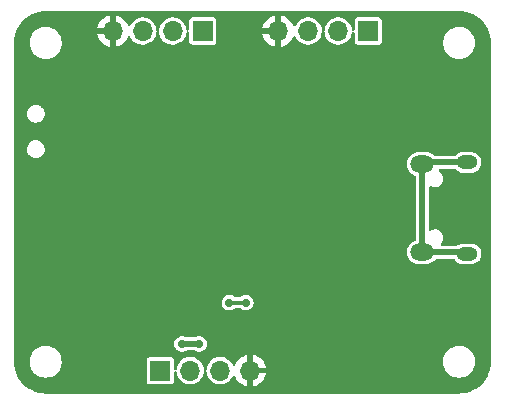
<source format=gbr>
%TF.GenerationSoftware,KiCad,Pcbnew,6.0.5-a6ca702e91~116~ubuntu20.04.1*%
%TF.CreationDate,2023-02-10T18:46:25+05:30*%
%TF.ProjectId,STM32_kicad,53544d33-325f-46b6-9963-61642e6b6963,rev?*%
%TF.SameCoordinates,Original*%
%TF.FileFunction,Copper,L2,Bot*%
%TF.FilePolarity,Positive*%
%FSLAX46Y46*%
G04 Gerber Fmt 4.6, Leading zero omitted, Abs format (unit mm)*
G04 Created by KiCad (PCBNEW 6.0.5-a6ca702e91~116~ubuntu20.04.1) date 2023-02-10 18:46:25*
%MOMM*%
%LPD*%
G01*
G04 APERTURE LIST*
%TA.AperFunction,ComponentPad*%
%ADD10R,1.700000X1.700000*%
%TD*%
%TA.AperFunction,ComponentPad*%
%ADD11O,1.700000X1.700000*%
%TD*%
%TA.AperFunction,ComponentPad*%
%ADD12O,2.000000X1.450000*%
%TD*%
%TA.AperFunction,ComponentPad*%
%ADD13O,1.800000X1.150000*%
%TD*%
%TA.AperFunction,ViaPad*%
%ADD14C,0.700000*%
%TD*%
%TA.AperFunction,Conductor*%
%ADD15C,0.500000*%
%TD*%
%TA.AperFunction,Conductor*%
%ADD16C,0.300000*%
%TD*%
G04 APERTURE END LIST*
D10*
%TO.P,J3,1,Pin_1*%
%TO.N,+3V3*%
X181800000Y-100500000D03*
D11*
%TO.P,J3,2,Pin_2*%
%TO.N,/SWDIO*%
X179260000Y-100500000D03*
%TO.P,J3,3,Pin_3*%
%TO.N,/SWCLK*%
X176720000Y-100500000D03*
%TO.P,J3,4,Pin_4*%
%TO.N,GND*%
X174180000Y-100500000D03*
%TD*%
D10*
%TO.P,J1,1,Pin_1*%
%TO.N,+3V3*%
X164200000Y-129250000D03*
D11*
%TO.P,J1,2,Pin_2*%
%TO.N,/I2C2_SCL*%
X166740000Y-129250000D03*
%TO.P,J1,3,Pin_3*%
%TO.N,/I2C2_SDA*%
X169280000Y-129250000D03*
%TO.P,J1,4,Pin_4*%
%TO.N,GND*%
X171820000Y-129250000D03*
%TD*%
%TO.P,J2,4,Pin_4*%
%TO.N,GND*%
X160180000Y-100500000D03*
%TO.P,J2,3,Pin_3*%
%TO.N,/UART1_RX*%
X162720000Y-100500000D03*
%TO.P,J2,2,Pin_2*%
%TO.N,/UART1_TX*%
X165260000Y-100500000D03*
D10*
%TO.P,J2,1,Pin_1*%
%TO.N,+3V3*%
X167800000Y-100500000D03*
%TD*%
D12*
%TO.P,J4,6,Shield*%
%TO.N,unconnected-(J4-Pad6)*%
X186395000Y-119230000D03*
D13*
X190195000Y-119380000D03*
X190195000Y-111630000D03*
D12*
X186395000Y-111780000D03*
%TD*%
D14*
%TO.N,GND*%
X161750000Y-114750000D03*
X157750000Y-117000000D03*
X159250000Y-112000000D03*
%TO.N,+3V3*%
X166040500Y-127000000D03*
X167500000Y-127000000D03*
X171449500Y-123500000D03*
X170050500Y-123500000D03*
%TO.N,GND*%
X184750000Y-123000000D03*
X180750000Y-122500000D03*
X179750000Y-122500000D03*
X180250000Y-119000000D03*
X180250000Y-118000000D03*
X166750000Y-112500000D03*
X162750000Y-110750000D03*
X157000000Y-106750000D03*
X176000000Y-113625499D03*
X184250000Y-113500000D03*
X187250000Y-122500000D03*
X168380559Y-121380559D03*
X162000000Y-119000000D03*
X162500000Y-122500000D03*
X166250000Y-116250000D03*
X171250000Y-118000000D03*
X161000000Y-112250000D03*
%TD*%
D15*
%TO.N,unconnected-(J4-Pad6)*%
X186395000Y-119230000D02*
X190045000Y-119230000D01*
X190045000Y-119230000D02*
X190195000Y-119380000D01*
X186395000Y-111780000D02*
X186395000Y-119230000D01*
X190195000Y-111630000D02*
X186545000Y-111630000D01*
X186545000Y-111630000D02*
X186395000Y-111780000D01*
%TO.N,+3V3*%
X167500000Y-127000000D02*
X166040500Y-127000000D01*
D16*
X171449500Y-123500000D02*
X170050500Y-123500000D01*
%TD*%
%TA.AperFunction,Conductor*%
%TO.N,GND*%
G36*
X189484391Y-98802384D02*
G01*
X189500000Y-98805136D01*
X189510685Y-98803252D01*
X189520339Y-98803252D01*
X189534278Y-98802425D01*
X189634732Y-98808066D01*
X189795296Y-98817084D01*
X189809113Y-98818641D01*
X190093826Y-98867015D01*
X190107384Y-98870109D01*
X190384899Y-98950060D01*
X190398024Y-98954653D01*
X190664834Y-99065170D01*
X190677362Y-99071203D01*
X190817513Y-99148661D01*
X190930132Y-99210903D01*
X190941900Y-99218298D01*
X191177431Y-99385417D01*
X191188303Y-99394086D01*
X191403642Y-99586525D01*
X191413475Y-99596358D01*
X191605914Y-99811697D01*
X191614583Y-99822569D01*
X191781702Y-100058100D01*
X191789097Y-100069868D01*
X191851339Y-100182487D01*
X191928797Y-100322638D01*
X191934830Y-100335166D01*
X192045347Y-100601976D01*
X192049940Y-100615101D01*
X192056267Y-100637061D01*
X192108320Y-100817740D01*
X192129891Y-100892616D01*
X192132985Y-100906174D01*
X192181359Y-101190887D01*
X192182916Y-101204704D01*
X192186582Y-101269983D01*
X192196613Y-101448584D01*
X192197575Y-101465720D01*
X192196748Y-101479661D01*
X192196748Y-101489315D01*
X192194864Y-101500000D01*
X192197616Y-101515606D01*
X192199500Y-101537139D01*
X192199500Y-128462861D01*
X192197616Y-128484391D01*
X192194864Y-128500000D01*
X192196748Y-128510685D01*
X192196748Y-128520339D01*
X192197575Y-128534280D01*
X192182916Y-128795296D01*
X192181359Y-128809113D01*
X192132985Y-129093826D01*
X192129891Y-129107383D01*
X192108317Y-129182268D01*
X192049940Y-129384899D01*
X192045347Y-129398024D01*
X191934830Y-129664834D01*
X191928797Y-129677362D01*
X191851339Y-129817513D01*
X191806039Y-129899479D01*
X191789101Y-129930126D01*
X191781702Y-129941900D01*
X191614583Y-130177431D01*
X191605914Y-130188303D01*
X191413475Y-130403642D01*
X191403642Y-130413475D01*
X191188303Y-130605914D01*
X191177431Y-130614583D01*
X190941900Y-130781702D01*
X190930132Y-130789097D01*
X190817513Y-130851339D01*
X190677362Y-130928797D01*
X190664834Y-130934830D01*
X190398024Y-131045347D01*
X190384899Y-131049940D01*
X190107384Y-131129891D01*
X190093826Y-131132985D01*
X189809113Y-131181359D01*
X189795296Y-131182916D01*
X189634732Y-131191934D01*
X189534278Y-131197575D01*
X189520339Y-131196748D01*
X189510685Y-131196748D01*
X189500000Y-131194864D01*
X189484391Y-131197616D01*
X189462861Y-131199500D01*
X154537139Y-131199500D01*
X154515609Y-131197616D01*
X154500000Y-131194864D01*
X154489315Y-131196748D01*
X154479661Y-131196748D01*
X154465722Y-131197575D01*
X154365268Y-131191934D01*
X154204704Y-131182916D01*
X154190887Y-131181359D01*
X153906174Y-131132985D01*
X153892616Y-131129891D01*
X153615101Y-131049940D01*
X153601976Y-131045347D01*
X153335166Y-130934830D01*
X153322638Y-130928797D01*
X153182487Y-130851339D01*
X153069868Y-130789097D01*
X153058100Y-130781702D01*
X152822569Y-130614583D01*
X152811697Y-130605914D01*
X152596358Y-130413475D01*
X152586525Y-130403642D01*
X152394086Y-130188303D01*
X152385417Y-130177431D01*
X152362155Y-130144646D01*
X163049500Y-130144646D01*
X163052618Y-130170846D01*
X163098061Y-130273153D01*
X163177287Y-130352241D01*
X163187758Y-130356870D01*
X163187759Y-130356871D01*
X163271147Y-130393737D01*
X163271149Y-130393738D01*
X163279673Y-130397506D01*
X163305354Y-130400500D01*
X165094646Y-130400500D01*
X165098300Y-130400065D01*
X165098302Y-130400065D01*
X165103266Y-130399474D01*
X165120846Y-130397382D01*
X165223153Y-130351939D01*
X165302241Y-130272713D01*
X165339559Y-130188303D01*
X165343737Y-130178853D01*
X165343738Y-130178851D01*
X165347506Y-130170327D01*
X165350500Y-130144646D01*
X165350500Y-129430300D01*
X165370185Y-129363261D01*
X165422989Y-129317506D01*
X165492147Y-129307562D01*
X165555703Y-129336587D01*
X165593477Y-129395365D01*
X165598234Y-129422190D01*
X165598423Y-129425072D01*
X165598425Y-129425082D01*
X165598796Y-129430749D01*
X165650845Y-129635690D01*
X165653219Y-129640841D01*
X165653221Y-129640845D01*
X165714562Y-129773903D01*
X165739369Y-129827714D01*
X165751074Y-129844276D01*
X165820068Y-129941900D01*
X165861405Y-130000391D01*
X166012865Y-130147937D01*
X166017588Y-130151093D01*
X166017592Y-130151096D01*
X166073277Y-130188303D01*
X166188677Y-130265411D01*
X166382953Y-130348878D01*
X166418277Y-130356871D01*
X166583638Y-130394289D01*
X166583642Y-130394290D01*
X166589186Y-130395544D01*
X166715315Y-130400500D01*
X166794789Y-130403623D01*
X166794791Y-130403623D01*
X166800470Y-130403846D01*
X166806090Y-130403031D01*
X166806092Y-130403031D01*
X167004103Y-130374320D01*
X167004104Y-130374320D01*
X167009730Y-130373504D01*
X167028588Y-130367103D01*
X167204565Y-130307367D01*
X167204568Y-130307366D01*
X167209955Y-130305537D01*
X167214916Y-130302759D01*
X167214922Y-130302756D01*
X167321530Y-130243052D01*
X167394442Y-130202219D01*
X167411175Y-130188303D01*
X167552645Y-130070644D01*
X167557012Y-130067012D01*
X167560644Y-130062645D01*
X167688584Y-129908813D01*
X167688585Y-129908811D01*
X167692219Y-129904442D01*
X167738078Y-129822556D01*
X167792756Y-129724922D01*
X167792759Y-129724916D01*
X167795537Y-129719955D01*
X167809996Y-129677362D01*
X167861675Y-129525118D01*
X167863504Y-129519730D01*
X167865726Y-129504404D01*
X167887820Y-129352033D01*
X167916921Y-129288512D01*
X167970225Y-129254346D01*
X168050974Y-129254346D01*
X168104347Y-129288736D01*
X168133296Y-129352327D01*
X168134271Y-129361707D01*
X168138796Y-129430749D01*
X168190845Y-129635690D01*
X168193219Y-129640841D01*
X168193221Y-129640845D01*
X168254562Y-129773903D01*
X168279369Y-129827714D01*
X168291074Y-129844276D01*
X168360068Y-129941900D01*
X168401405Y-130000391D01*
X168552865Y-130147937D01*
X168557588Y-130151093D01*
X168557592Y-130151096D01*
X168613277Y-130188303D01*
X168728677Y-130265411D01*
X168922953Y-130348878D01*
X168958277Y-130356871D01*
X169123638Y-130394289D01*
X169123642Y-130394290D01*
X169129186Y-130395544D01*
X169255315Y-130400500D01*
X169334789Y-130403623D01*
X169334791Y-130403623D01*
X169340470Y-130403846D01*
X169346090Y-130403031D01*
X169346092Y-130403031D01*
X169544103Y-130374320D01*
X169544104Y-130374320D01*
X169549730Y-130373504D01*
X169568588Y-130367103D01*
X169744565Y-130307367D01*
X169744568Y-130307366D01*
X169749955Y-130305537D01*
X169754916Y-130302759D01*
X169754922Y-130302756D01*
X169861530Y-130243052D01*
X169934442Y-130202219D01*
X169951175Y-130188303D01*
X170092645Y-130070644D01*
X170097012Y-130067012D01*
X170100644Y-130062645D01*
X170228584Y-129908813D01*
X170228585Y-129908811D01*
X170232219Y-129904442D01*
X170334059Y-129722594D01*
X170383990Y-129673721D01*
X170452418Y-129659601D01*
X170517617Y-129684717D01*
X170554630Y-129730778D01*
X170644110Y-129922667D01*
X170649508Y-129932017D01*
X170778784Y-130116643D01*
X170785719Y-130124907D01*
X170945091Y-130284279D01*
X170953357Y-130291215D01*
X171137992Y-130420498D01*
X171147324Y-130425886D01*
X171351603Y-130521143D01*
X171361736Y-130524832D01*
X171552779Y-130576022D01*
X171566653Y-130575691D01*
X171570000Y-130567875D01*
X171570000Y-130562806D01*
X172070000Y-130562806D01*
X172073910Y-130576123D01*
X172082326Y-130577333D01*
X172278264Y-130524832D01*
X172288397Y-130521143D01*
X172492676Y-130425886D01*
X172502008Y-130420498D01*
X172686643Y-130291215D01*
X172694909Y-130284279D01*
X172854281Y-130124907D01*
X172861216Y-130116643D01*
X172990492Y-129932017D01*
X172995890Y-129922667D01*
X173091143Y-129718397D01*
X173094832Y-129708264D01*
X173146022Y-129517221D01*
X173145691Y-129503347D01*
X173137875Y-129500000D01*
X172087830Y-129500000D01*
X172072831Y-129504404D01*
X172071644Y-129505774D01*
X172070000Y-129513332D01*
X172070000Y-130562806D01*
X171570000Y-130562806D01*
X171570000Y-128982170D01*
X172070000Y-128982170D01*
X172074404Y-128997169D01*
X172075774Y-128998356D01*
X172083332Y-129000000D01*
X173132806Y-129000000D01*
X173146123Y-128996090D01*
X173147333Y-128987674D01*
X173094832Y-128791736D01*
X173091143Y-128781603D01*
X172995890Y-128577333D01*
X172990492Y-128567983D01*
X172942890Y-128500000D01*
X188144341Y-128500000D01*
X188144813Y-128505395D01*
X188154511Y-128616236D01*
X188164937Y-128735408D01*
X188166336Y-128740631D01*
X188166337Y-128740634D01*
X188194428Y-128845470D01*
X188226097Y-128963663D01*
X188228384Y-128968567D01*
X188228386Y-128968573D01*
X188293116Y-129107384D01*
X188325965Y-129177829D01*
X188329068Y-129182260D01*
X188329073Y-129182268D01*
X188458399Y-129366966D01*
X188458403Y-129366970D01*
X188461505Y-129371401D01*
X188628599Y-129538495D01*
X188633030Y-129541597D01*
X188633034Y-129541601D01*
X188817732Y-129670927D01*
X188822171Y-129674035D01*
X188827082Y-129676325D01*
X189031427Y-129771614D01*
X189031433Y-129771616D01*
X189036337Y-129773903D01*
X189120137Y-129796357D01*
X189259366Y-129833663D01*
X189259369Y-129833664D01*
X189264592Y-129835063D01*
X189269979Y-129835534D01*
X189269983Y-129835535D01*
X189438335Y-129850264D01*
X189438338Y-129850264D01*
X189441034Y-129850500D01*
X189558966Y-129850500D01*
X189561662Y-129850264D01*
X189561665Y-129850264D01*
X189730017Y-129835535D01*
X189730021Y-129835534D01*
X189735408Y-129835063D01*
X189740631Y-129833664D01*
X189740634Y-129833663D01*
X189879863Y-129796357D01*
X189963663Y-129773903D01*
X189968567Y-129771616D01*
X189968573Y-129771614D01*
X190172918Y-129676325D01*
X190177829Y-129674035D01*
X190182268Y-129670927D01*
X190366966Y-129541601D01*
X190366970Y-129541597D01*
X190371401Y-129538495D01*
X190538495Y-129371401D01*
X190674035Y-129177830D01*
X190773903Y-128963663D01*
X190805572Y-128845470D01*
X190833663Y-128740634D01*
X190833664Y-128740631D01*
X190835063Y-128735408D01*
X190845490Y-128616236D01*
X190855187Y-128505395D01*
X190855659Y-128500000D01*
X190835063Y-128264592D01*
X190824950Y-128226847D01*
X190775305Y-128041570D01*
X190773903Y-128036337D01*
X190771616Y-128031433D01*
X190771614Y-128031427D01*
X190676325Y-127827082D01*
X190674035Y-127822171D01*
X190670927Y-127817732D01*
X190541601Y-127633034D01*
X190541597Y-127633030D01*
X190538495Y-127628599D01*
X190371401Y-127461505D01*
X190366970Y-127458403D01*
X190366966Y-127458399D01*
X190182268Y-127329073D01*
X190182266Y-127329072D01*
X190177829Y-127325965D01*
X190140912Y-127308750D01*
X189968573Y-127228386D01*
X189968567Y-127228384D01*
X189963663Y-127226097D01*
X189879863Y-127203643D01*
X189740634Y-127166337D01*
X189740631Y-127166336D01*
X189735408Y-127164937D01*
X189730021Y-127164466D01*
X189730017Y-127164465D01*
X189561665Y-127149736D01*
X189561662Y-127149736D01*
X189558966Y-127149500D01*
X189441034Y-127149500D01*
X189438338Y-127149736D01*
X189438335Y-127149736D01*
X189269983Y-127164465D01*
X189269979Y-127164466D01*
X189264592Y-127164937D01*
X189259369Y-127166336D01*
X189259366Y-127166337D01*
X189120137Y-127203643D01*
X189036337Y-127226097D01*
X189031433Y-127228384D01*
X189031427Y-127228386D01*
X188859088Y-127308750D01*
X188822171Y-127325965D01*
X188817734Y-127329072D01*
X188817732Y-127329073D01*
X188633034Y-127458399D01*
X188633030Y-127458403D01*
X188628599Y-127461505D01*
X188461505Y-127628599D01*
X188325965Y-127822170D01*
X188226097Y-128036337D01*
X188224695Y-128041570D01*
X188175051Y-128226847D01*
X188164937Y-128264592D01*
X188144341Y-128500000D01*
X172942890Y-128500000D01*
X172861216Y-128383357D01*
X172854281Y-128375093D01*
X172694909Y-128215721D01*
X172686643Y-128208785D01*
X172502008Y-128079502D01*
X172492676Y-128074114D01*
X172288397Y-127978857D01*
X172278264Y-127975168D01*
X172087221Y-127923978D01*
X172073347Y-127924309D01*
X172070000Y-127932125D01*
X172070000Y-128982170D01*
X171570000Y-128982170D01*
X171570000Y-127937194D01*
X171566090Y-127923877D01*
X171557674Y-127922667D01*
X171361736Y-127975168D01*
X171351603Y-127978857D01*
X171147333Y-128074110D01*
X171137983Y-128079508D01*
X170953357Y-128208784D01*
X170945093Y-128215719D01*
X170785719Y-128375093D01*
X170778784Y-128383357D01*
X170649508Y-128567983D01*
X170644110Y-128577333D01*
X170552664Y-128773438D01*
X170506491Y-128825877D01*
X170439298Y-128845029D01*
X170372417Y-128824813D01*
X170329071Y-128775878D01*
X170265165Y-128646290D01*
X170138651Y-128476867D01*
X170134481Y-128473012D01*
X170134478Y-128473009D01*
X170028552Y-128375093D01*
X169983381Y-128333337D01*
X169977574Y-128329673D01*
X169809363Y-128223539D01*
X169809361Y-128223538D01*
X169804554Y-128220505D01*
X169608160Y-128142152D01*
X169602579Y-128141042D01*
X169602576Y-128141041D01*
X169504467Y-128121526D01*
X169400775Y-128100901D01*
X169395088Y-128100827D01*
X169395083Y-128100826D01*
X169195034Y-128098207D01*
X169195029Y-128098207D01*
X169189346Y-128098133D01*
X169183742Y-128099096D01*
X169183741Y-128099096D01*
X168986550Y-128132979D01*
X168986547Y-128132980D01*
X168980953Y-128133941D01*
X168782575Y-128207127D01*
X168777697Y-128210029D01*
X168777695Y-128210030D01*
X168605740Y-128312332D01*
X168605737Y-128312334D01*
X168600856Y-128315238D01*
X168441881Y-128454655D01*
X168438362Y-128459119D01*
X168438359Y-128459122D01*
X168401881Y-128505395D01*
X168310976Y-128620708D01*
X168212523Y-128807836D01*
X168210837Y-128813267D01*
X168210835Y-128813271D01*
X168162613Y-128968573D01*
X168149820Y-129009773D01*
X168132851Y-129153140D01*
X168105425Y-129217398D01*
X168050974Y-129254346D01*
X167970225Y-129254346D01*
X167970667Y-129254063D01*
X167918057Y-129222081D01*
X167887453Y-129159271D01*
X167886232Y-129149909D01*
X167876601Y-129045100D01*
X167876081Y-129039440D01*
X167818686Y-128835931D01*
X167725165Y-128646290D01*
X167598651Y-128476867D01*
X167594481Y-128473012D01*
X167594478Y-128473009D01*
X167488552Y-128375093D01*
X167443381Y-128333337D01*
X167437574Y-128329673D01*
X167269363Y-128223539D01*
X167269361Y-128223538D01*
X167264554Y-128220505D01*
X167068160Y-128142152D01*
X167062579Y-128141042D01*
X167062576Y-128141041D01*
X166964467Y-128121526D01*
X166860775Y-128100901D01*
X166855088Y-128100827D01*
X166855083Y-128100826D01*
X166655034Y-128098207D01*
X166655029Y-128098207D01*
X166649346Y-128098133D01*
X166643742Y-128099096D01*
X166643741Y-128099096D01*
X166446550Y-128132979D01*
X166446547Y-128132980D01*
X166440953Y-128133941D01*
X166242575Y-128207127D01*
X166237697Y-128210029D01*
X166237695Y-128210030D01*
X166065740Y-128312332D01*
X166065737Y-128312334D01*
X166060856Y-128315238D01*
X165901881Y-128454655D01*
X165898362Y-128459119D01*
X165898359Y-128459122D01*
X165861881Y-128505395D01*
X165770976Y-128620708D01*
X165672523Y-128807836D01*
X165670837Y-128813267D01*
X165670835Y-128813271D01*
X165622613Y-128968573D01*
X165609820Y-129009773D01*
X165609152Y-129015418D01*
X165609151Y-129015422D01*
X165597640Y-129112681D01*
X165570213Y-129176942D01*
X165512397Y-129216173D01*
X165442549Y-129217919D01*
X165382845Y-129181625D01*
X165352241Y-129118814D01*
X165350500Y-129098106D01*
X165350500Y-128355354D01*
X165347382Y-128329154D01*
X165301939Y-128226847D01*
X165222713Y-128147759D01*
X165212242Y-128143130D01*
X165212241Y-128143129D01*
X165128853Y-128106263D01*
X165128851Y-128106262D01*
X165120327Y-128102494D01*
X165094646Y-128099500D01*
X163305354Y-128099500D01*
X163301700Y-128099935D01*
X163301698Y-128099935D01*
X163296734Y-128100526D01*
X163279154Y-128102618D01*
X163176847Y-128148061D01*
X163097759Y-128227287D01*
X163093130Y-128237758D01*
X163093129Y-128237759D01*
X163058876Y-128315238D01*
X163052494Y-128329673D01*
X163049500Y-128355354D01*
X163049500Y-130144646D01*
X152362155Y-130144646D01*
X152218298Y-129941900D01*
X152210899Y-129930126D01*
X152193962Y-129899479D01*
X152148661Y-129817513D01*
X152071203Y-129677362D01*
X152065170Y-129664834D01*
X151954653Y-129398024D01*
X151950060Y-129384899D01*
X151891683Y-129182268D01*
X151870109Y-129107383D01*
X151867015Y-129093826D01*
X151818641Y-128809113D01*
X151817084Y-128795296D01*
X151802425Y-128534280D01*
X151803252Y-128520339D01*
X151803252Y-128510685D01*
X151805136Y-128500000D01*
X153144341Y-128500000D01*
X153144813Y-128505395D01*
X153154511Y-128616236D01*
X153164937Y-128735408D01*
X153166336Y-128740631D01*
X153166337Y-128740634D01*
X153194428Y-128845470D01*
X153226097Y-128963663D01*
X153228384Y-128968567D01*
X153228386Y-128968573D01*
X153293116Y-129107384D01*
X153325965Y-129177829D01*
X153329068Y-129182260D01*
X153329073Y-129182268D01*
X153458399Y-129366966D01*
X153458403Y-129366970D01*
X153461505Y-129371401D01*
X153628599Y-129538495D01*
X153633030Y-129541597D01*
X153633034Y-129541601D01*
X153817732Y-129670927D01*
X153822171Y-129674035D01*
X153827082Y-129676325D01*
X154031427Y-129771614D01*
X154031433Y-129771616D01*
X154036337Y-129773903D01*
X154120137Y-129796357D01*
X154259366Y-129833663D01*
X154259369Y-129833664D01*
X154264592Y-129835063D01*
X154269979Y-129835534D01*
X154269983Y-129835535D01*
X154438335Y-129850264D01*
X154438338Y-129850264D01*
X154441034Y-129850500D01*
X154558966Y-129850500D01*
X154561662Y-129850264D01*
X154561665Y-129850264D01*
X154730017Y-129835535D01*
X154730021Y-129835534D01*
X154735408Y-129835063D01*
X154740631Y-129833664D01*
X154740634Y-129833663D01*
X154879863Y-129796357D01*
X154963663Y-129773903D01*
X154968567Y-129771616D01*
X154968573Y-129771614D01*
X155172918Y-129676325D01*
X155177829Y-129674035D01*
X155182268Y-129670927D01*
X155366966Y-129541601D01*
X155366970Y-129541597D01*
X155371401Y-129538495D01*
X155538495Y-129371401D01*
X155674035Y-129177830D01*
X155773903Y-128963663D01*
X155805572Y-128845470D01*
X155833663Y-128740634D01*
X155833664Y-128740631D01*
X155835063Y-128735408D01*
X155845490Y-128616236D01*
X155855187Y-128505395D01*
X155855659Y-128500000D01*
X155835063Y-128264592D01*
X155824950Y-128226847D01*
X155775305Y-128041570D01*
X155773903Y-128036337D01*
X155771616Y-128031433D01*
X155771614Y-128031427D01*
X155676325Y-127827082D01*
X155674035Y-127822171D01*
X155670927Y-127817732D01*
X155541601Y-127633034D01*
X155541597Y-127633030D01*
X155538495Y-127628599D01*
X155371401Y-127461505D01*
X155366970Y-127458403D01*
X155366966Y-127458399D01*
X155182268Y-127329073D01*
X155182266Y-127329072D01*
X155177829Y-127325965D01*
X155140912Y-127308750D01*
X154968573Y-127228386D01*
X154968567Y-127228384D01*
X154963663Y-127226097D01*
X154879863Y-127203643D01*
X154740634Y-127166337D01*
X154740631Y-127166336D01*
X154735408Y-127164937D01*
X154730021Y-127164466D01*
X154730017Y-127164465D01*
X154561665Y-127149736D01*
X154561662Y-127149736D01*
X154558966Y-127149500D01*
X154441034Y-127149500D01*
X154438338Y-127149736D01*
X154438335Y-127149736D01*
X154269983Y-127164465D01*
X154269979Y-127164466D01*
X154264592Y-127164937D01*
X154259369Y-127166336D01*
X154259366Y-127166337D01*
X154120137Y-127203643D01*
X154036337Y-127226097D01*
X154031433Y-127228384D01*
X154031427Y-127228386D01*
X153859088Y-127308750D01*
X153822171Y-127325965D01*
X153817734Y-127329072D01*
X153817732Y-127329073D01*
X153633034Y-127458399D01*
X153633030Y-127458403D01*
X153628599Y-127461505D01*
X153461505Y-127628599D01*
X153325965Y-127822170D01*
X153226097Y-128036337D01*
X153224695Y-128041570D01*
X153175051Y-128226847D01*
X153164937Y-128264592D01*
X153144341Y-128500000D01*
X151805136Y-128500000D01*
X151802384Y-128484391D01*
X151800500Y-128462861D01*
X151800500Y-126993138D01*
X165385258Y-126993138D01*
X165386078Y-127000566D01*
X165386078Y-127000568D01*
X165387974Y-127017744D01*
X165402535Y-127149633D01*
X165405101Y-127156645D01*
X165405102Y-127156649D01*
X165434706Y-127237544D01*
X165456643Y-127297490D01*
X165544458Y-127428172D01*
X165566683Y-127448395D01*
X165655378Y-127529102D01*
X165655382Y-127529105D01*
X165660910Y-127534135D01*
X165667480Y-127537702D01*
X165667481Y-127537703D01*
X165792708Y-127605696D01*
X165799276Y-127609262D01*
X165872985Y-127628599D01*
X165944341Y-127647319D01*
X165944343Y-127647319D01*
X165951569Y-127649215D01*
X166028627Y-127650425D01*
X166101525Y-127651571D01*
X166101528Y-127651571D01*
X166108995Y-127651688D01*
X166116276Y-127650020D01*
X166116280Y-127650020D01*
X166255177Y-127618208D01*
X166255178Y-127618208D01*
X166262468Y-127616538D01*
X166367481Y-127563722D01*
X166423197Y-127550500D01*
X167119058Y-127550500D01*
X167178226Y-127565527D01*
X167258776Y-127609262D01*
X167332485Y-127628599D01*
X167403841Y-127647319D01*
X167403843Y-127647319D01*
X167411069Y-127649215D01*
X167488127Y-127650425D01*
X167561025Y-127651571D01*
X167561028Y-127651571D01*
X167568495Y-127651688D01*
X167575776Y-127650020D01*
X167575780Y-127650020D01*
X167714681Y-127618207D01*
X167721968Y-127616538D01*
X167862625Y-127545795D01*
X167868306Y-127540943D01*
X167868309Y-127540941D01*
X167976666Y-127448395D01*
X167976667Y-127448394D01*
X167982348Y-127443542D01*
X167993393Y-127428172D01*
X168064602Y-127329073D01*
X168074224Y-127315683D01*
X168132950Y-127169598D01*
X168135777Y-127149736D01*
X168154562Y-127017744D01*
X168154562Y-127017740D01*
X168155134Y-127013723D01*
X168155278Y-127000000D01*
X168136363Y-126843694D01*
X168080710Y-126696412D01*
X168072337Y-126684229D01*
X167995768Y-126572821D01*
X167995765Y-126572818D01*
X167991531Y-126566657D01*
X167873976Y-126461919D01*
X167734831Y-126388245D01*
X167582128Y-126349889D01*
X167500329Y-126349461D01*
X167432158Y-126349104D01*
X167432157Y-126349104D01*
X167424684Y-126349065D01*
X167417421Y-126350809D01*
X167417418Y-126350809D01*
X167348136Y-126367443D01*
X167271588Y-126385820D01*
X167206418Y-126419457D01*
X167174968Y-126435689D01*
X167118096Y-126449500D01*
X166421824Y-126449500D01*
X166363801Y-126435087D01*
X166281943Y-126391745D01*
X166281937Y-126391743D01*
X166275331Y-126388245D01*
X166122628Y-126349889D01*
X166040829Y-126349461D01*
X165972658Y-126349104D01*
X165972657Y-126349104D01*
X165965184Y-126349065D01*
X165957921Y-126350809D01*
X165957918Y-126350809D01*
X165888636Y-126367443D01*
X165812088Y-126385820D01*
X165672179Y-126458032D01*
X165553534Y-126561533D01*
X165463001Y-126690348D01*
X165405809Y-126837039D01*
X165385258Y-126993138D01*
X151800500Y-126993138D01*
X151800500Y-123493138D01*
X169395258Y-123493138D01*
X169396078Y-123500566D01*
X169396078Y-123500568D01*
X169397974Y-123517744D01*
X169412535Y-123649633D01*
X169466643Y-123797490D01*
X169554458Y-123928172D01*
X169580248Y-123951639D01*
X169665378Y-124029102D01*
X169665382Y-124029105D01*
X169670910Y-124034135D01*
X169809276Y-124109262D01*
X169911531Y-124136088D01*
X169954341Y-124147319D01*
X169954343Y-124147319D01*
X169961569Y-124149215D01*
X170038627Y-124150425D01*
X170111525Y-124151571D01*
X170111528Y-124151571D01*
X170118995Y-124151688D01*
X170126276Y-124150020D01*
X170126280Y-124150020D01*
X170265181Y-124118207D01*
X170272468Y-124116538D01*
X170413125Y-124045795D01*
X170418806Y-124040943D01*
X170418809Y-124040941D01*
X170489915Y-123980210D01*
X170553677Y-123951639D01*
X170570447Y-123950500D01*
X170930025Y-123950500D01*
X170997064Y-123970185D01*
X171013478Y-123982786D01*
X171064378Y-124029102D01*
X171064382Y-124029105D01*
X171069910Y-124034135D01*
X171208276Y-124109262D01*
X171310531Y-124136088D01*
X171353341Y-124147319D01*
X171353343Y-124147319D01*
X171360569Y-124149215D01*
X171437627Y-124150425D01*
X171510525Y-124151571D01*
X171510528Y-124151571D01*
X171517995Y-124151688D01*
X171525276Y-124150020D01*
X171525280Y-124150020D01*
X171664181Y-124118207D01*
X171671468Y-124116538D01*
X171812125Y-124045795D01*
X171817806Y-124040943D01*
X171817809Y-124040941D01*
X171926166Y-123948395D01*
X171926167Y-123948394D01*
X171931848Y-123943542D01*
X171942893Y-123928172D01*
X171963298Y-123899775D01*
X172023724Y-123815683D01*
X172082450Y-123669598D01*
X172084293Y-123656649D01*
X172104062Y-123517744D01*
X172104062Y-123517740D01*
X172104634Y-123513723D01*
X172104778Y-123500000D01*
X172085863Y-123343694D01*
X172030210Y-123196412D01*
X172021837Y-123184229D01*
X171945268Y-123072821D01*
X171945265Y-123072818D01*
X171941031Y-123066657D01*
X171823476Y-122961919D01*
X171684331Y-122888245D01*
X171531628Y-122849889D01*
X171449829Y-122849461D01*
X171381658Y-122849104D01*
X171381657Y-122849104D01*
X171374184Y-122849065D01*
X171366921Y-122850809D01*
X171366918Y-122850809D01*
X171297636Y-122867442D01*
X171221088Y-122885820D01*
X171081179Y-122958032D01*
X171075548Y-122962945D01*
X171075547Y-122962945D01*
X171011357Y-123018942D01*
X170947898Y-123048178D01*
X170929842Y-123049500D01*
X170570002Y-123049500D01*
X170502963Y-123029815D01*
X170487513Y-123018083D01*
X170430059Y-122966893D01*
X170430057Y-122966892D01*
X170424476Y-122961919D01*
X170285331Y-122888245D01*
X170132628Y-122849889D01*
X170050829Y-122849461D01*
X169982658Y-122849104D01*
X169982657Y-122849104D01*
X169975184Y-122849065D01*
X169967921Y-122850809D01*
X169967918Y-122850809D01*
X169898636Y-122867442D01*
X169822088Y-122885820D01*
X169682179Y-122958032D01*
X169563534Y-123061533D01*
X169473001Y-123190348D01*
X169415809Y-123337039D01*
X169395258Y-123493138D01*
X151800500Y-123493138D01*
X151800500Y-119222806D01*
X185089563Y-119222806D01*
X185090112Y-119228839D01*
X185090112Y-119228843D01*
X185091665Y-119245904D01*
X185107790Y-119423089D01*
X185109501Y-119428902D01*
X185109501Y-119428903D01*
X185162859Y-119610198D01*
X185164572Y-119616018D01*
X185257746Y-119794243D01*
X185351919Y-119911370D01*
X185379137Y-119945222D01*
X185383763Y-119950976D01*
X185537823Y-120080248D01*
X185714058Y-120177134D01*
X185719840Y-120178968D01*
X185719842Y-120178969D01*
X185899976Y-120236111D01*
X185899978Y-120236111D01*
X185905755Y-120237944D01*
X185960287Y-120244061D01*
X186058815Y-120255113D01*
X186058821Y-120255113D01*
X186062268Y-120255500D01*
X186720606Y-120255500D01*
X186723621Y-120255204D01*
X186723629Y-120255204D01*
X186864115Y-120241429D01*
X186864117Y-120241429D01*
X186870151Y-120240837D01*
X187062679Y-120182710D01*
X187240249Y-120088294D01*
X187396099Y-119961186D01*
X187508381Y-119825460D01*
X187566281Y-119786352D01*
X187603925Y-119780500D01*
X189016611Y-119780500D01*
X189083650Y-119800185D01*
X189126298Y-119846667D01*
X189136764Y-119866516D01*
X189139898Y-119872460D01*
X189144229Y-119877585D01*
X189144231Y-119877588D01*
X189258345Y-120012624D01*
X189262678Y-120017751D01*
X189268012Y-120021829D01*
X189408456Y-120129207D01*
X189408459Y-120129209D01*
X189413793Y-120133287D01*
X189419882Y-120136126D01*
X189419883Y-120136127D01*
X189580109Y-120210841D01*
X189586193Y-120213678D01*
X189592738Y-120215141D01*
X189592741Y-120215142D01*
X189684890Y-120235740D01*
X189771834Y-120255174D01*
X189777665Y-120255500D01*
X190567517Y-120255500D01*
X190709109Y-120240118D01*
X190889396Y-120179445D01*
X191052447Y-120081474D01*
X191179649Y-119961186D01*
X191185781Y-119955387D01*
X191190658Y-119950775D01*
X191240396Y-119877588D01*
X191293804Y-119799000D01*
X191293806Y-119798997D01*
X191297578Y-119793446D01*
X191300070Y-119787216D01*
X191300072Y-119787212D01*
X191365727Y-119623062D01*
X191368221Y-119616827D01*
X191369318Y-119610202D01*
X191398192Y-119435788D01*
X191398192Y-119435786D01*
X191399289Y-119429160D01*
X191389333Y-119239199D01*
X191338819Y-119055807D01*
X191250102Y-118887540D01*
X191206947Y-118836472D01*
X191131655Y-118747376D01*
X191131653Y-118747374D01*
X191127322Y-118742249D01*
X191019503Y-118659815D01*
X190981544Y-118630793D01*
X190981541Y-118630791D01*
X190976207Y-118626713D01*
X190903367Y-118592747D01*
X190809891Y-118549159D01*
X190803807Y-118546322D01*
X190797262Y-118544859D01*
X190797259Y-118544858D01*
X190685522Y-118519882D01*
X190618166Y-118504826D01*
X190612335Y-118504500D01*
X189822483Y-118504500D01*
X189680891Y-118519882D01*
X189500604Y-118580555D01*
X189416994Y-118630793D01*
X189365408Y-118661789D01*
X189301543Y-118679500D01*
X188064655Y-118679500D01*
X187997616Y-118659815D01*
X187951861Y-118607011D01*
X187941917Y-118537853D01*
X187967179Y-118484614D01*
X187964423Y-118482634D01*
X188041377Y-118375541D01*
X188063361Y-118344947D01*
X188126601Y-118187634D01*
X188127654Y-118180237D01*
X188149918Y-118023800D01*
X188149918Y-118023794D01*
X188150490Y-118019778D01*
X188150645Y-118005000D01*
X188130276Y-117836680D01*
X188070345Y-117678077D01*
X188066108Y-117671912D01*
X187978549Y-117544513D01*
X187978546Y-117544510D01*
X187974312Y-117538349D01*
X187847721Y-117425560D01*
X187697881Y-117346224D01*
X187533441Y-117304919D01*
X187447248Y-117304468D01*
X187371368Y-117304070D01*
X187371367Y-117304070D01*
X187363895Y-117304031D01*
X187342235Y-117309231D01*
X187206295Y-117341868D01*
X187206293Y-117341869D01*
X187199032Y-117343612D01*
X187192393Y-117347039D01*
X187192392Y-117347039D01*
X187126372Y-117381114D01*
X187057772Y-117394369D01*
X186992895Y-117368432D01*
X186952339Y-117311537D01*
X186945500Y-117270925D01*
X186945500Y-113739351D01*
X186965185Y-113672312D01*
X187017989Y-113626557D01*
X187087147Y-113616613D01*
X187128664Y-113630377D01*
X187185235Y-113661092D01*
X187280585Y-113686107D01*
X187342005Y-113702220D01*
X187342007Y-113702220D01*
X187349233Y-113704116D01*
X187432178Y-113705419D01*
X187511290Y-113706662D01*
X187511293Y-113706662D01*
X187518760Y-113706779D01*
X187641209Y-113678735D01*
X187676738Y-113670598D01*
X187676739Y-113670598D01*
X187684029Y-113668928D01*
X187788046Y-113616613D01*
X187828820Y-113596106D01*
X187828822Y-113596105D01*
X187835498Y-113592747D01*
X187841180Y-113587894D01*
X187841183Y-113587892D01*
X187958741Y-113487487D01*
X187964423Y-113482634D01*
X188063361Y-113344947D01*
X188126601Y-113187634D01*
X188150490Y-113019778D01*
X188150645Y-113005000D01*
X188150157Y-113000967D01*
X188131175Y-112844105D01*
X188131174Y-112844101D01*
X188130276Y-112836680D01*
X188104518Y-112768513D01*
X188072989Y-112685073D01*
X188072987Y-112685070D01*
X188070345Y-112678077D01*
X188037473Y-112630248D01*
X187978549Y-112544513D01*
X187978546Y-112544510D01*
X187974312Y-112538349D01*
X187890504Y-112463678D01*
X187853303Y-112430533D01*
X187853301Y-112430532D01*
X187847721Y-112425560D01*
X187826052Y-112414087D01*
X187776016Y-112365321D01*
X187760287Y-112297245D01*
X187783861Y-112231472D01*
X187839251Y-112188885D01*
X187884075Y-112180500D01*
X189131386Y-112180500D01*
X189198425Y-112200185D01*
X189226096Y-112224462D01*
X189262678Y-112267751D01*
X189268012Y-112271829D01*
X189408456Y-112379207D01*
X189408459Y-112379209D01*
X189413793Y-112383287D01*
X189419882Y-112386126D01*
X189419883Y-112386127D01*
X189580109Y-112460841D01*
X189586193Y-112463678D01*
X189592738Y-112465141D01*
X189592741Y-112465142D01*
X189684890Y-112485740D01*
X189771834Y-112505174D01*
X189777665Y-112505500D01*
X190567517Y-112505500D01*
X190709109Y-112490118D01*
X190889396Y-112429445D01*
X191052447Y-112331474D01*
X191190658Y-112200775D01*
X191194432Y-112195222D01*
X191293804Y-112049000D01*
X191293806Y-112048997D01*
X191297578Y-112043446D01*
X191300070Y-112037216D01*
X191300072Y-112037212D01*
X191365727Y-111873062D01*
X191368221Y-111866827D01*
X191399289Y-111679160D01*
X191389333Y-111489199D01*
X191338819Y-111305807D01*
X191250102Y-111137540D01*
X191245345Y-111131910D01*
X191131655Y-110997376D01*
X191131653Y-110997374D01*
X191127322Y-110992249D01*
X191041756Y-110926829D01*
X190981544Y-110880793D01*
X190981541Y-110880791D01*
X190976207Y-110876713D01*
X190884643Y-110834016D01*
X190809891Y-110799159D01*
X190803807Y-110796322D01*
X190797262Y-110794859D01*
X190797259Y-110794858D01*
X190685522Y-110769882D01*
X190618166Y-110754826D01*
X190612335Y-110754500D01*
X189822483Y-110754500D01*
X189680891Y-110769882D01*
X189500604Y-110830555D01*
X189337553Y-110928526D01*
X189332676Y-110933138D01*
X189213754Y-111045596D01*
X189151520Y-111077355D01*
X189128556Y-111079500D01*
X187475771Y-111079500D01*
X187408732Y-111059815D01*
X187396065Y-111050489D01*
X187390234Y-111045596D01*
X187252177Y-110929752D01*
X187075942Y-110832866D01*
X187070160Y-110831032D01*
X187070158Y-110831031D01*
X186890024Y-110773889D01*
X186890022Y-110773889D01*
X186884245Y-110772056D01*
X186829713Y-110765939D01*
X186731185Y-110754887D01*
X186731179Y-110754887D01*
X186727732Y-110754500D01*
X186069394Y-110754500D01*
X186066379Y-110754796D01*
X186066371Y-110754796D01*
X185925885Y-110768571D01*
X185925883Y-110768571D01*
X185919849Y-110769163D01*
X185727321Y-110827290D01*
X185549751Y-110921706D01*
X185393901Y-111048814D01*
X185265708Y-111203773D01*
X185262822Y-111209110D01*
X185262821Y-111209112D01*
X185207039Y-111312280D01*
X185170055Y-111380680D01*
X185110585Y-111572797D01*
X185089563Y-111772806D01*
X185090112Y-111778839D01*
X185090112Y-111778843D01*
X185098119Y-111866827D01*
X185107790Y-111973089D01*
X185164572Y-112166018D01*
X185257746Y-112344243D01*
X185383763Y-112500976D01*
X185537823Y-112630248D01*
X185714058Y-112727134D01*
X185719839Y-112728968D01*
X185719844Y-112728970D01*
X185757993Y-112741071D01*
X185815943Y-112780105D01*
X185843590Y-112844272D01*
X185844500Y-112859267D01*
X185844500Y-118149821D01*
X185824815Y-118216860D01*
X185772011Y-118262615D01*
X185756338Y-118268529D01*
X185727321Y-118277290D01*
X185549751Y-118371706D01*
X185393901Y-118498814D01*
X185265708Y-118653773D01*
X185262822Y-118659110D01*
X185262821Y-118659112D01*
X185251798Y-118679500D01*
X185170055Y-118830680D01*
X185110585Y-119022797D01*
X185089563Y-119222806D01*
X151800500Y-119222806D01*
X151800500Y-110540862D01*
X152915497Y-110540862D01*
X152945134Y-110713340D01*
X153013654Y-110874373D01*
X153017921Y-110880171D01*
X153017922Y-110880173D01*
X153104175Y-110997376D01*
X153117383Y-111015324D01*
X153122874Y-111019989D01*
X153122875Y-111019990D01*
X153245261Y-111123965D01*
X153245264Y-111123967D01*
X153250755Y-111128632D01*
X153257172Y-111131909D01*
X153257174Y-111131910D01*
X153268200Y-111137540D01*
X153406616Y-111208219D01*
X153413612Y-111209931D01*
X153413615Y-111209932D01*
X153484763Y-111227341D01*
X153576606Y-111249815D01*
X153582114Y-111250157D01*
X153582116Y-111250157D01*
X153585744Y-111250382D01*
X153585748Y-111250382D01*
X153587648Y-111250500D01*
X153713822Y-111250500D01*
X153843828Y-111235343D01*
X153850595Y-111232887D01*
X153850598Y-111232886D01*
X154001557Y-111178090D01*
X154001558Y-111178089D01*
X154008331Y-111175631D01*
X154154685Y-111079677D01*
X154159637Y-111074449D01*
X154159640Y-111074447D01*
X154270087Y-110957857D01*
X154270089Y-110957855D01*
X154275040Y-110952628D01*
X154278656Y-110946403D01*
X154278658Y-110946400D01*
X154359322Y-110807525D01*
X154362939Y-110801298D01*
X154413667Y-110633807D01*
X154424503Y-110459138D01*
X154394866Y-110286660D01*
X154326346Y-110125627D01*
X154273340Y-110053600D01*
X154226888Y-109990479D01*
X154226886Y-109990477D01*
X154222617Y-109984676D01*
X154142216Y-109916370D01*
X154094739Y-109876035D01*
X154094736Y-109876033D01*
X154089245Y-109871368D01*
X154082828Y-109868091D01*
X154082826Y-109868090D01*
X153992388Y-109821910D01*
X153933384Y-109791781D01*
X153926388Y-109790069D01*
X153926385Y-109790068D01*
X153855237Y-109772659D01*
X153763394Y-109750185D01*
X153757886Y-109749843D01*
X153757884Y-109749843D01*
X153754256Y-109749618D01*
X153754252Y-109749618D01*
X153752352Y-109749500D01*
X153626178Y-109749500D01*
X153496172Y-109764657D01*
X153489405Y-109767113D01*
X153489402Y-109767114D01*
X153338443Y-109821910D01*
X153331669Y-109824369D01*
X153185315Y-109920323D01*
X153180363Y-109925551D01*
X153180360Y-109925553D01*
X153118855Y-109990479D01*
X153064960Y-110047372D01*
X153061344Y-110053597D01*
X153061342Y-110053600D01*
X153022875Y-110119827D01*
X152977061Y-110198702D01*
X152926333Y-110366193D01*
X152915497Y-110540862D01*
X151800500Y-110540862D01*
X151800500Y-107540862D01*
X152915497Y-107540862D01*
X152945134Y-107713340D01*
X153013654Y-107874373D01*
X153017921Y-107880171D01*
X153017922Y-107880173D01*
X153075092Y-107957857D01*
X153117383Y-108015324D01*
X153122874Y-108019989D01*
X153122875Y-108019990D01*
X153245261Y-108123965D01*
X153245264Y-108123967D01*
X153250755Y-108128632D01*
X153257172Y-108131909D01*
X153257174Y-108131910D01*
X153323616Y-108165837D01*
X153406616Y-108208219D01*
X153413612Y-108209931D01*
X153413615Y-108209932D01*
X153484763Y-108227341D01*
X153576606Y-108249815D01*
X153582114Y-108250157D01*
X153582116Y-108250157D01*
X153585744Y-108250382D01*
X153585748Y-108250382D01*
X153587648Y-108250500D01*
X153713822Y-108250500D01*
X153843828Y-108235343D01*
X153850595Y-108232887D01*
X153850598Y-108232886D01*
X154001557Y-108178090D01*
X154001558Y-108178089D01*
X154008331Y-108175631D01*
X154154685Y-108079677D01*
X154159637Y-108074449D01*
X154159640Y-108074447D01*
X154270087Y-107957857D01*
X154270089Y-107957855D01*
X154275040Y-107952628D01*
X154278656Y-107946403D01*
X154278658Y-107946400D01*
X154359322Y-107807525D01*
X154362939Y-107801298D01*
X154413667Y-107633807D01*
X154424503Y-107459138D01*
X154394866Y-107286660D01*
X154326346Y-107125627D01*
X154273340Y-107053600D01*
X154226888Y-106990479D01*
X154226886Y-106990477D01*
X154222617Y-106984676D01*
X154142216Y-106916370D01*
X154094739Y-106876035D01*
X154094736Y-106876033D01*
X154089245Y-106871368D01*
X154082828Y-106868091D01*
X154082826Y-106868090D01*
X153992388Y-106821910D01*
X153933384Y-106791781D01*
X153926388Y-106790069D01*
X153926385Y-106790068D01*
X153855237Y-106772659D01*
X153763394Y-106750185D01*
X153757886Y-106749843D01*
X153757884Y-106749843D01*
X153754256Y-106749618D01*
X153754252Y-106749618D01*
X153752352Y-106749500D01*
X153626178Y-106749500D01*
X153496172Y-106764657D01*
X153489405Y-106767113D01*
X153489402Y-106767114D01*
X153338443Y-106821910D01*
X153331669Y-106824369D01*
X153185315Y-106920323D01*
X153180363Y-106925551D01*
X153180360Y-106925553D01*
X153118855Y-106990479D01*
X153064960Y-107047372D01*
X153061344Y-107053597D01*
X153061342Y-107053600D01*
X153022875Y-107119827D01*
X152977061Y-107198702D01*
X152926333Y-107366193D01*
X152915497Y-107540862D01*
X151800500Y-107540862D01*
X151800500Y-101537139D01*
X151802384Y-101515606D01*
X151805136Y-101500000D01*
X153144341Y-101500000D01*
X153144813Y-101505395D01*
X153157782Y-101653623D01*
X153164937Y-101735408D01*
X153166336Y-101740631D01*
X153166337Y-101740634D01*
X153185675Y-101812806D01*
X153226097Y-101963663D01*
X153228384Y-101968567D01*
X153228386Y-101968573D01*
X153315631Y-102155669D01*
X153325965Y-102177829D01*
X153329068Y-102182260D01*
X153329073Y-102182268D01*
X153458399Y-102366966D01*
X153458403Y-102366970D01*
X153461505Y-102371401D01*
X153628599Y-102538495D01*
X153633030Y-102541597D01*
X153633034Y-102541601D01*
X153817732Y-102670927D01*
X153822171Y-102674035D01*
X153827082Y-102676325D01*
X154031427Y-102771614D01*
X154031433Y-102771616D01*
X154036337Y-102773903D01*
X154120137Y-102796357D01*
X154259366Y-102833663D01*
X154259369Y-102833664D01*
X154264592Y-102835063D01*
X154269979Y-102835534D01*
X154269983Y-102835535D01*
X154438335Y-102850264D01*
X154438338Y-102850264D01*
X154441034Y-102850500D01*
X154558966Y-102850500D01*
X154561662Y-102850264D01*
X154561665Y-102850264D01*
X154730017Y-102835535D01*
X154730021Y-102835534D01*
X154735408Y-102835063D01*
X154740631Y-102833664D01*
X154740634Y-102833663D01*
X154879863Y-102796357D01*
X154963663Y-102773903D01*
X154968567Y-102771616D01*
X154968573Y-102771614D01*
X155172918Y-102676325D01*
X155177829Y-102674035D01*
X155182268Y-102670927D01*
X155366966Y-102541601D01*
X155366970Y-102541597D01*
X155371401Y-102538495D01*
X155538495Y-102371401D01*
X155674035Y-102177830D01*
X155773903Y-101963663D01*
X155814325Y-101812806D01*
X155833663Y-101740634D01*
X155833664Y-101740631D01*
X155835063Y-101735408D01*
X155842219Y-101653623D01*
X155855187Y-101505395D01*
X155855659Y-101500000D01*
X155851161Y-101448584D01*
X155835535Y-101269983D01*
X155835534Y-101269979D01*
X155835063Y-101264592D01*
X155817154Y-101197752D01*
X155796357Y-101120137D01*
X155773903Y-101036337D01*
X155771616Y-101031433D01*
X155771614Y-101031427D01*
X155676325Y-100827082D01*
X155674035Y-100822171D01*
X155667506Y-100812846D01*
X155632132Y-100762326D01*
X158852667Y-100762326D01*
X158905168Y-100958264D01*
X158908857Y-100968397D01*
X159004110Y-101172667D01*
X159009508Y-101182017D01*
X159138784Y-101366643D01*
X159145719Y-101374907D01*
X159305091Y-101534279D01*
X159313357Y-101541215D01*
X159497992Y-101670498D01*
X159507324Y-101675886D01*
X159711603Y-101771143D01*
X159721736Y-101774832D01*
X159912779Y-101826022D01*
X159926653Y-101825691D01*
X159930000Y-101817875D01*
X159930000Y-101812806D01*
X160430000Y-101812806D01*
X160433910Y-101826123D01*
X160442326Y-101827333D01*
X160638264Y-101774832D01*
X160648397Y-101771143D01*
X160852676Y-101675886D01*
X160862008Y-101670498D01*
X161046643Y-101541215D01*
X161054909Y-101534279D01*
X161214281Y-101374907D01*
X161221216Y-101366643D01*
X161350492Y-101182017D01*
X161355890Y-101172667D01*
X161447656Y-100975876D01*
X161493829Y-100923437D01*
X161561022Y-100904285D01*
X161627903Y-100924501D01*
X161672648Y-100976368D01*
X161719369Y-101077714D01*
X161722647Y-101082352D01*
X161809117Y-101204704D01*
X161841405Y-101250391D01*
X161992865Y-101397937D01*
X161997588Y-101401093D01*
X161997592Y-101401096D01*
X162068663Y-101448584D01*
X162168677Y-101515411D01*
X162362953Y-101598878D01*
X162398277Y-101606871D01*
X162563638Y-101644289D01*
X162563642Y-101644290D01*
X162569186Y-101645544D01*
X162695315Y-101650500D01*
X162774789Y-101653623D01*
X162774791Y-101653623D01*
X162780470Y-101653846D01*
X162786090Y-101653031D01*
X162786092Y-101653031D01*
X162984103Y-101624320D01*
X162984104Y-101624320D01*
X162989730Y-101623504D01*
X163008588Y-101617103D01*
X163184565Y-101557367D01*
X163184568Y-101557366D01*
X163189955Y-101555537D01*
X163194916Y-101552759D01*
X163194922Y-101552756D01*
X163350334Y-101465720D01*
X163374442Y-101452219D01*
X163412165Y-101420846D01*
X163532645Y-101320644D01*
X163537012Y-101317012D01*
X163584955Y-101259366D01*
X163668584Y-101158813D01*
X163668585Y-101158811D01*
X163672219Y-101154442D01*
X163771946Y-100976368D01*
X163772756Y-100974922D01*
X163772759Y-100974916D01*
X163775537Y-100969955D01*
X163799520Y-100899305D01*
X163841675Y-100775118D01*
X163843504Y-100769730D01*
X163845954Y-100752831D01*
X163867820Y-100602033D01*
X163896921Y-100538512D01*
X163950225Y-100504346D01*
X164030974Y-100504346D01*
X164084347Y-100538736D01*
X164113296Y-100602327D01*
X164114271Y-100611707D01*
X164118796Y-100680749D01*
X164170845Y-100885690D01*
X164173219Y-100890841D01*
X164173221Y-100890845D01*
X164211981Y-100974922D01*
X164259369Y-101077714D01*
X164262647Y-101082352D01*
X164349117Y-101204704D01*
X164381405Y-101250391D01*
X164532865Y-101397937D01*
X164537588Y-101401093D01*
X164537592Y-101401096D01*
X164608663Y-101448584D01*
X164708677Y-101515411D01*
X164902953Y-101598878D01*
X164938277Y-101606871D01*
X165103638Y-101644289D01*
X165103642Y-101644290D01*
X165109186Y-101645544D01*
X165235315Y-101650500D01*
X165314789Y-101653623D01*
X165314791Y-101653623D01*
X165320470Y-101653846D01*
X165326090Y-101653031D01*
X165326092Y-101653031D01*
X165524103Y-101624320D01*
X165524104Y-101624320D01*
X165529730Y-101623504D01*
X165548588Y-101617103D01*
X165724565Y-101557367D01*
X165724568Y-101557366D01*
X165729955Y-101555537D01*
X165734916Y-101552759D01*
X165734922Y-101552756D01*
X165890334Y-101465720D01*
X165914442Y-101452219D01*
X165952165Y-101420846D01*
X166072645Y-101320644D01*
X166077012Y-101317012D01*
X166124955Y-101259366D01*
X166208584Y-101158813D01*
X166208585Y-101158811D01*
X166212219Y-101154442D01*
X166311946Y-100976368D01*
X166312756Y-100974922D01*
X166312759Y-100974916D01*
X166315537Y-100969955D01*
X166339520Y-100899305D01*
X166381675Y-100775118D01*
X166383504Y-100769730D01*
X166396406Y-100680749D01*
X166402783Y-100636769D01*
X166431884Y-100573248D01*
X166490707Y-100535543D01*
X166560577Y-100535627D01*
X166619310Y-100573471D01*
X166648259Y-100637061D01*
X166649500Y-100654562D01*
X166649500Y-101394646D01*
X166652618Y-101420846D01*
X166698061Y-101523153D01*
X166777287Y-101602241D01*
X166787758Y-101606870D01*
X166787759Y-101606871D01*
X166871147Y-101643737D01*
X166871149Y-101643738D01*
X166879673Y-101647506D01*
X166905354Y-101650500D01*
X168694646Y-101650500D01*
X168698300Y-101650065D01*
X168698302Y-101650065D01*
X168703266Y-101649474D01*
X168720846Y-101647382D01*
X168823153Y-101601939D01*
X168902241Y-101522713D01*
X168906871Y-101512241D01*
X168943737Y-101428853D01*
X168943738Y-101428851D01*
X168947506Y-101420327D01*
X168950500Y-101394646D01*
X168950500Y-100762326D01*
X172852667Y-100762326D01*
X172905168Y-100958264D01*
X172908857Y-100968397D01*
X173004110Y-101172667D01*
X173009508Y-101182017D01*
X173138784Y-101366643D01*
X173145719Y-101374907D01*
X173305091Y-101534279D01*
X173313357Y-101541215D01*
X173497992Y-101670498D01*
X173507324Y-101675886D01*
X173711603Y-101771143D01*
X173721736Y-101774832D01*
X173912779Y-101826022D01*
X173926653Y-101825691D01*
X173930000Y-101817875D01*
X173930000Y-101812806D01*
X174430000Y-101812806D01*
X174433910Y-101826123D01*
X174442326Y-101827333D01*
X174638264Y-101774832D01*
X174648397Y-101771143D01*
X174852676Y-101675886D01*
X174862008Y-101670498D01*
X175046643Y-101541215D01*
X175054909Y-101534279D01*
X175214281Y-101374907D01*
X175221216Y-101366643D01*
X175350492Y-101182017D01*
X175355890Y-101172667D01*
X175447656Y-100975876D01*
X175493829Y-100923437D01*
X175561022Y-100904285D01*
X175627903Y-100924501D01*
X175672648Y-100976368D01*
X175719369Y-101077714D01*
X175722647Y-101082352D01*
X175809117Y-101204704D01*
X175841405Y-101250391D01*
X175992865Y-101397937D01*
X175997588Y-101401093D01*
X175997592Y-101401096D01*
X176068663Y-101448584D01*
X176168677Y-101515411D01*
X176362953Y-101598878D01*
X176398277Y-101606871D01*
X176563638Y-101644289D01*
X176563642Y-101644290D01*
X176569186Y-101645544D01*
X176695315Y-101650500D01*
X176774789Y-101653623D01*
X176774791Y-101653623D01*
X176780470Y-101653846D01*
X176786090Y-101653031D01*
X176786092Y-101653031D01*
X176984103Y-101624320D01*
X176984104Y-101624320D01*
X176989730Y-101623504D01*
X177008588Y-101617103D01*
X177184565Y-101557367D01*
X177184568Y-101557366D01*
X177189955Y-101555537D01*
X177194916Y-101552759D01*
X177194922Y-101552756D01*
X177350334Y-101465720D01*
X177374442Y-101452219D01*
X177412165Y-101420846D01*
X177532645Y-101320644D01*
X177537012Y-101317012D01*
X177584955Y-101259366D01*
X177668584Y-101158813D01*
X177668585Y-101158811D01*
X177672219Y-101154442D01*
X177771946Y-100976368D01*
X177772756Y-100974922D01*
X177772759Y-100974916D01*
X177775537Y-100969955D01*
X177799520Y-100899305D01*
X177841675Y-100775118D01*
X177843504Y-100769730D01*
X177845954Y-100752831D01*
X177867820Y-100602033D01*
X177896921Y-100538512D01*
X177950225Y-100504346D01*
X178030974Y-100504346D01*
X178084347Y-100538736D01*
X178113296Y-100602327D01*
X178114271Y-100611707D01*
X178118796Y-100680749D01*
X178170845Y-100885690D01*
X178173219Y-100890841D01*
X178173221Y-100890845D01*
X178211981Y-100974922D01*
X178259369Y-101077714D01*
X178262647Y-101082352D01*
X178349117Y-101204704D01*
X178381405Y-101250391D01*
X178532865Y-101397937D01*
X178537588Y-101401093D01*
X178537592Y-101401096D01*
X178608663Y-101448584D01*
X178708677Y-101515411D01*
X178902953Y-101598878D01*
X178938277Y-101606871D01*
X179103638Y-101644289D01*
X179103642Y-101644290D01*
X179109186Y-101645544D01*
X179235315Y-101650500D01*
X179314789Y-101653623D01*
X179314791Y-101653623D01*
X179320470Y-101653846D01*
X179326090Y-101653031D01*
X179326092Y-101653031D01*
X179524103Y-101624320D01*
X179524104Y-101624320D01*
X179529730Y-101623504D01*
X179548588Y-101617103D01*
X179724565Y-101557367D01*
X179724568Y-101557366D01*
X179729955Y-101555537D01*
X179734916Y-101552759D01*
X179734922Y-101552756D01*
X179890334Y-101465720D01*
X179914442Y-101452219D01*
X179952165Y-101420846D01*
X180072645Y-101320644D01*
X180077012Y-101317012D01*
X180124955Y-101259366D01*
X180208584Y-101158813D01*
X180208585Y-101158811D01*
X180212219Y-101154442D01*
X180311946Y-100976368D01*
X180312756Y-100974922D01*
X180312759Y-100974916D01*
X180315537Y-100969955D01*
X180339520Y-100899305D01*
X180381675Y-100775118D01*
X180383504Y-100769730D01*
X180396406Y-100680749D01*
X180402783Y-100636769D01*
X180431884Y-100573248D01*
X180490707Y-100535543D01*
X180560577Y-100535627D01*
X180619310Y-100573471D01*
X180648259Y-100637061D01*
X180649500Y-100654562D01*
X180649500Y-101394646D01*
X180652618Y-101420846D01*
X180698061Y-101523153D01*
X180777287Y-101602241D01*
X180787758Y-101606870D01*
X180787759Y-101606871D01*
X180871147Y-101643737D01*
X180871149Y-101643738D01*
X180879673Y-101647506D01*
X180905354Y-101650500D01*
X182694646Y-101650500D01*
X182698300Y-101650065D01*
X182698302Y-101650065D01*
X182703266Y-101649474D01*
X182720846Y-101647382D01*
X182823153Y-101601939D01*
X182902241Y-101522713D01*
X182906871Y-101512241D01*
X182912283Y-101500000D01*
X188144341Y-101500000D01*
X188144813Y-101505395D01*
X188157782Y-101653623D01*
X188164937Y-101735408D01*
X188166336Y-101740631D01*
X188166337Y-101740634D01*
X188185675Y-101812806D01*
X188226097Y-101963663D01*
X188228384Y-101968567D01*
X188228386Y-101968573D01*
X188315631Y-102155669D01*
X188325965Y-102177829D01*
X188329068Y-102182260D01*
X188329073Y-102182268D01*
X188458399Y-102366966D01*
X188458403Y-102366970D01*
X188461505Y-102371401D01*
X188628599Y-102538495D01*
X188633030Y-102541597D01*
X188633034Y-102541601D01*
X188817732Y-102670927D01*
X188822171Y-102674035D01*
X188827082Y-102676325D01*
X189031427Y-102771614D01*
X189031433Y-102771616D01*
X189036337Y-102773903D01*
X189120137Y-102796357D01*
X189259366Y-102833663D01*
X189259369Y-102833664D01*
X189264592Y-102835063D01*
X189269979Y-102835534D01*
X189269983Y-102835535D01*
X189438335Y-102850264D01*
X189438338Y-102850264D01*
X189441034Y-102850500D01*
X189558966Y-102850500D01*
X189561662Y-102850264D01*
X189561665Y-102850264D01*
X189730017Y-102835535D01*
X189730021Y-102835534D01*
X189735408Y-102835063D01*
X189740631Y-102833664D01*
X189740634Y-102833663D01*
X189879863Y-102796357D01*
X189963663Y-102773903D01*
X189968567Y-102771616D01*
X189968573Y-102771614D01*
X190172918Y-102676325D01*
X190177829Y-102674035D01*
X190182268Y-102670927D01*
X190366966Y-102541601D01*
X190366970Y-102541597D01*
X190371401Y-102538495D01*
X190538495Y-102371401D01*
X190674035Y-102177830D01*
X190773903Y-101963663D01*
X190814325Y-101812806D01*
X190833663Y-101740634D01*
X190833664Y-101740631D01*
X190835063Y-101735408D01*
X190842219Y-101653623D01*
X190855187Y-101505395D01*
X190855659Y-101500000D01*
X190851161Y-101448584D01*
X190835535Y-101269983D01*
X190835534Y-101269979D01*
X190835063Y-101264592D01*
X190817154Y-101197752D01*
X190796357Y-101120137D01*
X190773903Y-101036337D01*
X190771616Y-101031433D01*
X190771614Y-101031427D01*
X190676325Y-100827082D01*
X190674035Y-100822171D01*
X190667506Y-100812846D01*
X190541601Y-100633034D01*
X190541597Y-100633030D01*
X190538495Y-100628599D01*
X190371401Y-100461505D01*
X190366970Y-100458403D01*
X190366966Y-100458399D01*
X190182268Y-100329073D01*
X190182266Y-100329072D01*
X190177829Y-100325965D01*
X190155669Y-100315631D01*
X189968573Y-100228386D01*
X189968567Y-100228384D01*
X189963663Y-100226097D01*
X189879863Y-100203643D01*
X189740634Y-100166337D01*
X189740631Y-100166336D01*
X189735408Y-100164937D01*
X189730021Y-100164466D01*
X189730017Y-100164465D01*
X189561665Y-100149736D01*
X189561662Y-100149736D01*
X189558966Y-100149500D01*
X189441034Y-100149500D01*
X189438338Y-100149736D01*
X189438335Y-100149736D01*
X189269983Y-100164465D01*
X189269979Y-100164466D01*
X189264592Y-100164937D01*
X189259369Y-100166336D01*
X189259366Y-100166337D01*
X189120137Y-100203643D01*
X189036337Y-100226097D01*
X189031433Y-100228384D01*
X189031427Y-100228386D01*
X188844331Y-100315631D01*
X188822171Y-100325965D01*
X188817734Y-100329072D01*
X188817732Y-100329073D01*
X188633034Y-100458399D01*
X188633030Y-100458403D01*
X188628599Y-100461505D01*
X188461505Y-100628599D01*
X188325965Y-100822170D01*
X188226097Y-101036337D01*
X188203643Y-101120137D01*
X188182847Y-101197752D01*
X188164937Y-101264592D01*
X188164466Y-101269979D01*
X188164465Y-101269983D01*
X188148839Y-101448584D01*
X188144341Y-101500000D01*
X182912283Y-101500000D01*
X182943737Y-101428853D01*
X182943738Y-101428851D01*
X182947506Y-101420327D01*
X182950500Y-101394646D01*
X182950500Y-99605354D01*
X182947382Y-99579154D01*
X182901939Y-99476847D01*
X182822713Y-99397759D01*
X182812242Y-99393130D01*
X182812241Y-99393129D01*
X182728853Y-99356263D01*
X182728851Y-99356262D01*
X182720327Y-99352494D01*
X182694646Y-99349500D01*
X180905354Y-99349500D01*
X180901700Y-99349935D01*
X180901698Y-99349935D01*
X180896734Y-99350526D01*
X180879154Y-99352618D01*
X180776847Y-99398061D01*
X180697759Y-99477287D01*
X180693130Y-99487758D01*
X180693129Y-99487759D01*
X180658876Y-99565238D01*
X180652494Y-99579673D01*
X180649500Y-99605354D01*
X180649500Y-100342727D01*
X180629815Y-100409766D01*
X180577011Y-100455521D01*
X180507853Y-100465465D01*
X180444297Y-100436440D01*
X180406523Y-100377662D01*
X180402020Y-100354073D01*
X180399227Y-100323675D01*
X180396081Y-100289440D01*
X180338686Y-100085931D01*
X180245165Y-99896290D01*
X180118651Y-99726867D01*
X180114481Y-99723012D01*
X180114478Y-99723009D01*
X180008552Y-99625093D01*
X179963381Y-99583337D01*
X179957574Y-99579673D01*
X179789363Y-99473539D01*
X179789361Y-99473538D01*
X179784554Y-99470505D01*
X179588160Y-99392152D01*
X179582579Y-99391042D01*
X179582576Y-99391041D01*
X179484467Y-99371526D01*
X179380775Y-99350901D01*
X179375088Y-99350827D01*
X179375083Y-99350826D01*
X179175034Y-99348207D01*
X179175029Y-99348207D01*
X179169346Y-99348133D01*
X179163742Y-99349096D01*
X179163741Y-99349096D01*
X178966550Y-99382979D01*
X178966547Y-99382980D01*
X178960953Y-99383941D01*
X178762575Y-99457127D01*
X178757697Y-99460029D01*
X178757695Y-99460030D01*
X178585740Y-99562332D01*
X178585737Y-99562334D01*
X178580856Y-99565238D01*
X178421881Y-99704655D01*
X178418362Y-99709119D01*
X178418359Y-99709122D01*
X178400782Y-99731419D01*
X178290976Y-99870708D01*
X178192523Y-100057836D01*
X178190837Y-100063267D01*
X178190835Y-100063271D01*
X178140712Y-100224695D01*
X178129820Y-100259773D01*
X178112851Y-100403140D01*
X178085425Y-100467398D01*
X178030974Y-100504346D01*
X177950225Y-100504346D01*
X177950667Y-100504063D01*
X177898057Y-100472081D01*
X177867453Y-100409271D01*
X177866232Y-100399909D01*
X177859227Y-100323675D01*
X177856081Y-100289440D01*
X177798686Y-100085931D01*
X177705165Y-99896290D01*
X177578651Y-99726867D01*
X177574481Y-99723012D01*
X177574478Y-99723009D01*
X177468552Y-99625093D01*
X177423381Y-99583337D01*
X177417574Y-99579673D01*
X177249363Y-99473539D01*
X177249361Y-99473538D01*
X177244554Y-99470505D01*
X177048160Y-99392152D01*
X177042579Y-99391042D01*
X177042576Y-99391041D01*
X176944467Y-99371526D01*
X176840775Y-99350901D01*
X176835088Y-99350827D01*
X176835083Y-99350826D01*
X176635034Y-99348207D01*
X176635029Y-99348207D01*
X176629346Y-99348133D01*
X176623742Y-99349096D01*
X176623741Y-99349096D01*
X176426550Y-99382979D01*
X176426547Y-99382980D01*
X176420953Y-99383941D01*
X176222575Y-99457127D01*
X176217697Y-99460029D01*
X176217695Y-99460030D01*
X176045740Y-99562332D01*
X176045737Y-99562334D01*
X176040856Y-99565238D01*
X175881881Y-99704655D01*
X175878362Y-99709119D01*
X175878359Y-99709122D01*
X175860782Y-99731419D01*
X175750976Y-99870708D01*
X175748325Y-99875747D01*
X175668685Y-100027117D01*
X175620050Y-100077281D01*
X175552015Y-100093187D01*
X175486181Y-100069786D01*
X175446565Y-100021786D01*
X175355890Y-99827333D01*
X175350492Y-99817983D01*
X175221216Y-99633357D01*
X175214281Y-99625093D01*
X175054909Y-99465721D01*
X175046643Y-99458785D01*
X174862008Y-99329502D01*
X174852676Y-99324114D01*
X174648397Y-99228857D01*
X174638264Y-99225168D01*
X174447221Y-99173978D01*
X174433347Y-99174309D01*
X174430000Y-99182125D01*
X174430000Y-101812806D01*
X173930000Y-101812806D01*
X173930000Y-100767830D01*
X173925596Y-100752831D01*
X173924226Y-100751644D01*
X173916668Y-100750000D01*
X172867194Y-100750000D01*
X172853877Y-100753910D01*
X172852667Y-100762326D01*
X168950500Y-100762326D01*
X168950500Y-100232779D01*
X172853978Y-100232779D01*
X172854309Y-100246653D01*
X172862125Y-100250000D01*
X173912170Y-100250000D01*
X173927169Y-100245596D01*
X173928356Y-100244226D01*
X173930000Y-100236668D01*
X173930000Y-99187194D01*
X173926090Y-99173877D01*
X173917674Y-99172667D01*
X173721736Y-99225168D01*
X173711603Y-99228857D01*
X173507333Y-99324110D01*
X173497983Y-99329508D01*
X173313357Y-99458784D01*
X173305093Y-99465719D01*
X173145719Y-99625093D01*
X173138784Y-99633357D01*
X173009508Y-99817983D01*
X173004110Y-99827333D01*
X172908857Y-100031603D01*
X172905168Y-100041736D01*
X172853978Y-100232779D01*
X168950500Y-100232779D01*
X168950500Y-99605354D01*
X168947382Y-99579154D01*
X168901939Y-99476847D01*
X168822713Y-99397759D01*
X168812242Y-99393130D01*
X168812241Y-99393129D01*
X168728853Y-99356263D01*
X168728851Y-99356262D01*
X168720327Y-99352494D01*
X168694646Y-99349500D01*
X166905354Y-99349500D01*
X166901700Y-99349935D01*
X166901698Y-99349935D01*
X166896734Y-99350526D01*
X166879154Y-99352618D01*
X166776847Y-99398061D01*
X166697759Y-99477287D01*
X166693130Y-99487758D01*
X166693129Y-99487759D01*
X166658876Y-99565238D01*
X166652494Y-99579673D01*
X166649500Y-99605354D01*
X166649500Y-100342727D01*
X166629815Y-100409766D01*
X166577011Y-100455521D01*
X166507853Y-100465465D01*
X166444297Y-100436440D01*
X166406523Y-100377662D01*
X166402020Y-100354073D01*
X166399227Y-100323675D01*
X166396081Y-100289440D01*
X166338686Y-100085931D01*
X166245165Y-99896290D01*
X166118651Y-99726867D01*
X166114481Y-99723012D01*
X166114478Y-99723009D01*
X166008552Y-99625093D01*
X165963381Y-99583337D01*
X165957574Y-99579673D01*
X165789363Y-99473539D01*
X165789361Y-99473538D01*
X165784554Y-99470505D01*
X165588160Y-99392152D01*
X165582579Y-99391042D01*
X165582576Y-99391041D01*
X165484467Y-99371526D01*
X165380775Y-99350901D01*
X165375088Y-99350827D01*
X165375083Y-99350826D01*
X165175034Y-99348207D01*
X165175029Y-99348207D01*
X165169346Y-99348133D01*
X165163742Y-99349096D01*
X165163741Y-99349096D01*
X164966550Y-99382979D01*
X164966547Y-99382980D01*
X164960953Y-99383941D01*
X164762575Y-99457127D01*
X164757697Y-99460029D01*
X164757695Y-99460030D01*
X164585740Y-99562332D01*
X164585737Y-99562334D01*
X164580856Y-99565238D01*
X164421881Y-99704655D01*
X164418362Y-99709119D01*
X164418359Y-99709122D01*
X164400782Y-99731419D01*
X164290976Y-99870708D01*
X164192523Y-100057836D01*
X164190837Y-100063267D01*
X164190835Y-100063271D01*
X164140712Y-100224695D01*
X164129820Y-100259773D01*
X164112851Y-100403140D01*
X164085425Y-100467398D01*
X164030974Y-100504346D01*
X163950225Y-100504346D01*
X163950667Y-100504063D01*
X163898057Y-100472081D01*
X163867453Y-100409271D01*
X163866232Y-100399909D01*
X163859227Y-100323675D01*
X163856081Y-100289440D01*
X163798686Y-100085931D01*
X163705165Y-99896290D01*
X163578651Y-99726867D01*
X163574481Y-99723012D01*
X163574478Y-99723009D01*
X163468552Y-99625093D01*
X163423381Y-99583337D01*
X163417574Y-99579673D01*
X163249363Y-99473539D01*
X163249361Y-99473538D01*
X163244554Y-99470505D01*
X163048160Y-99392152D01*
X163042579Y-99391042D01*
X163042576Y-99391041D01*
X162944467Y-99371526D01*
X162840775Y-99350901D01*
X162835088Y-99350827D01*
X162835083Y-99350826D01*
X162635034Y-99348207D01*
X162635029Y-99348207D01*
X162629346Y-99348133D01*
X162623742Y-99349096D01*
X162623741Y-99349096D01*
X162426550Y-99382979D01*
X162426547Y-99382980D01*
X162420953Y-99383941D01*
X162222575Y-99457127D01*
X162217697Y-99460029D01*
X162217695Y-99460030D01*
X162045740Y-99562332D01*
X162045737Y-99562334D01*
X162040856Y-99565238D01*
X161881881Y-99704655D01*
X161878362Y-99709119D01*
X161878359Y-99709122D01*
X161860782Y-99731419D01*
X161750976Y-99870708D01*
X161748325Y-99875747D01*
X161668685Y-100027117D01*
X161620050Y-100077281D01*
X161552015Y-100093187D01*
X161486181Y-100069786D01*
X161446565Y-100021786D01*
X161355890Y-99827333D01*
X161350492Y-99817983D01*
X161221216Y-99633357D01*
X161214281Y-99625093D01*
X161054909Y-99465721D01*
X161046643Y-99458785D01*
X160862008Y-99329502D01*
X160852676Y-99324114D01*
X160648397Y-99228857D01*
X160638264Y-99225168D01*
X160447221Y-99173978D01*
X160433347Y-99174309D01*
X160430000Y-99182125D01*
X160430000Y-101812806D01*
X159930000Y-101812806D01*
X159930000Y-100767830D01*
X159925596Y-100752831D01*
X159924226Y-100751644D01*
X159916668Y-100750000D01*
X158867194Y-100750000D01*
X158853877Y-100753910D01*
X158852667Y-100762326D01*
X155632132Y-100762326D01*
X155541601Y-100633034D01*
X155541597Y-100633030D01*
X155538495Y-100628599D01*
X155371401Y-100461505D01*
X155366970Y-100458403D01*
X155366966Y-100458399D01*
X155182268Y-100329073D01*
X155182266Y-100329072D01*
X155177829Y-100325965D01*
X155155669Y-100315631D01*
X154977994Y-100232779D01*
X158853978Y-100232779D01*
X158854309Y-100246653D01*
X158862125Y-100250000D01*
X159912170Y-100250000D01*
X159927169Y-100245596D01*
X159928356Y-100244226D01*
X159930000Y-100236668D01*
X159930000Y-99187194D01*
X159926090Y-99173877D01*
X159917674Y-99172667D01*
X159721736Y-99225168D01*
X159711603Y-99228857D01*
X159507333Y-99324110D01*
X159497983Y-99329508D01*
X159313357Y-99458784D01*
X159305093Y-99465719D01*
X159145719Y-99625093D01*
X159138784Y-99633357D01*
X159009508Y-99817983D01*
X159004110Y-99827333D01*
X158908857Y-100031603D01*
X158905168Y-100041736D01*
X158853978Y-100232779D01*
X154977994Y-100232779D01*
X154968573Y-100228386D01*
X154968567Y-100228384D01*
X154963663Y-100226097D01*
X154879863Y-100203643D01*
X154740634Y-100166337D01*
X154740631Y-100166336D01*
X154735408Y-100164937D01*
X154730021Y-100164466D01*
X154730017Y-100164465D01*
X154561665Y-100149736D01*
X154561662Y-100149736D01*
X154558966Y-100149500D01*
X154441034Y-100149500D01*
X154438338Y-100149736D01*
X154438335Y-100149736D01*
X154269983Y-100164465D01*
X154269979Y-100164466D01*
X154264592Y-100164937D01*
X154259369Y-100166336D01*
X154259366Y-100166337D01*
X154120137Y-100203643D01*
X154036337Y-100226097D01*
X154031433Y-100228384D01*
X154031427Y-100228386D01*
X153844331Y-100315631D01*
X153822171Y-100325965D01*
X153817734Y-100329072D01*
X153817732Y-100329073D01*
X153633034Y-100458399D01*
X153633030Y-100458403D01*
X153628599Y-100461505D01*
X153461505Y-100628599D01*
X153325965Y-100822170D01*
X153226097Y-101036337D01*
X153203643Y-101120137D01*
X153182847Y-101197752D01*
X153164937Y-101264592D01*
X153164466Y-101269979D01*
X153164465Y-101269983D01*
X153148839Y-101448584D01*
X153144341Y-101500000D01*
X151805136Y-101500000D01*
X151803252Y-101489315D01*
X151803252Y-101479661D01*
X151802425Y-101465720D01*
X151803388Y-101448584D01*
X151813418Y-101269983D01*
X151817084Y-101204704D01*
X151818641Y-101190887D01*
X151867015Y-100906174D01*
X151870109Y-100892616D01*
X151891681Y-100817740D01*
X151943733Y-100637061D01*
X151950060Y-100615101D01*
X151954653Y-100601976D01*
X152065170Y-100335166D01*
X152071203Y-100322638D01*
X152148661Y-100182487D01*
X152210903Y-100069868D01*
X152218298Y-100058100D01*
X152385417Y-99822569D01*
X152394086Y-99811697D01*
X152586525Y-99596358D01*
X152596358Y-99586525D01*
X152811697Y-99394086D01*
X152822569Y-99385417D01*
X153058100Y-99218298D01*
X153069868Y-99210903D01*
X153182487Y-99148661D01*
X153322638Y-99071203D01*
X153335166Y-99065170D01*
X153601976Y-98954653D01*
X153615101Y-98950060D01*
X153892616Y-98870109D01*
X153906174Y-98867015D01*
X154190887Y-98818641D01*
X154204704Y-98817084D01*
X154365268Y-98808066D01*
X154465722Y-98802425D01*
X154479661Y-98803252D01*
X154489315Y-98803252D01*
X154500000Y-98805136D01*
X154515609Y-98802384D01*
X154537139Y-98800500D01*
X189462861Y-98800500D01*
X189484391Y-98802384D01*
G37*
%TD.AperFunction*%
%TD*%
M02*

</source>
